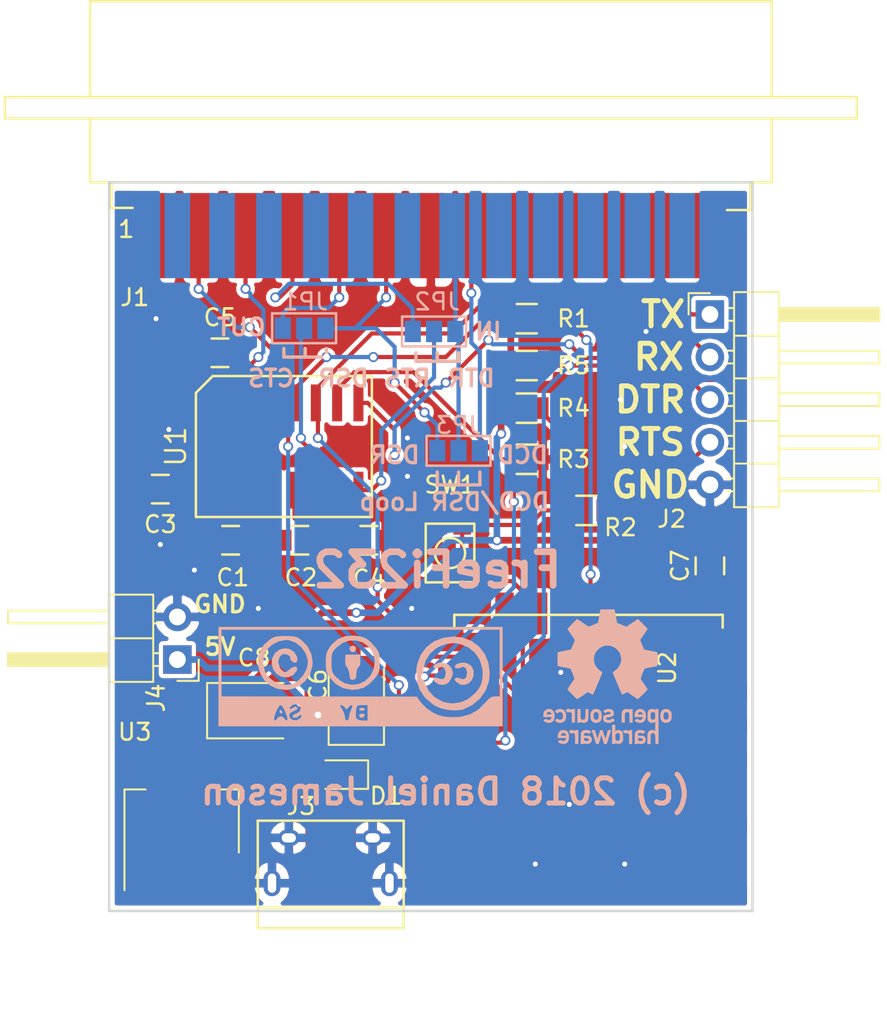
<source format=kicad_pcb>
(kicad_pcb (version 4) (host pcbnew 4.0.7)
  (title_block (title FreeFi232) (date 17/05/2018) (rev 1) (company "(c) 2018 Daniel Jameson") (comment 1 "CC-BY-SA 4.0"))
  (layers (0 F.Cu signal) (31 B.Cu signal) (34 B.Paste user) (35 F.Paste user) (36 B.SilkS user hide) (37 F.SilkS user hide) (38 B.Mask user) (39 F.Mask user) (44 Edge.Cuts user))
  (net 0 "")
  (net 1 "Net-(C1-Pad1)")
  (net 2 "Net-(C1-Pad2)")
  (net 3 "Net-(C2-Pad1)")
  (net 4 "Net-(C2-Pad2)")
  (net 5 "Net-(C3-Pad1)")
  (net 6 GND)
  (net 7 "Net-(C4-Pad1)")
  (net 8 +3V3)
  (net 9 +5V)
  (net 10 "Net-(D1-Pad2)")
  (net 11 Tx)
  (net 12 Rx)
  (net 13 RTS)
  (net 14 CTS)
  (net 15 DSR)
  (net 16 DCD)
  (net 17 "Net-(J1-Pad9)")
  (net 18 "Net-(J1-Pad10)")
  (net 19 "Net-(J1-Pad11)")
  (net 20 "Net-(J1-Pad12)")
  (net 21 "Net-(J1-Pad13)")
  (net 22 "Net-(J1-Pad14)")
  (net 23 "Net-(J1-Pad15)")
  (net 24 "Net-(J1-Pad16)")
  (net 25 "Net-(J1-Pad17)")
  (net 26 "Net-(J1-Pad18)")
  (net 27 "Net-(J1-Pad19)")
  (net 28 DTR)
  (net 29 "Net-(J1-Pad21)")
  (net 30 "Net-(J1-Pad22)")
  (net 31 "Net-(J1-Pad23)")
  (net 32 "Net-(J1-Pad24)")
  (net 33 "Net-(J1-Pad25)")
  (net 34 TXD0)
  (net 35 RXD0)
  (net 36 "Net-(J2-Pad4)")
  (net 37 "Net-(J3-Pad2)")
  (net 38 "Net-(J3-Pad3)")
  (net 39 "Net-(J3-Pad4)")
  (net 40 FCTRL-OUT)
  (net 41 FCTRL-IN)
  (net 42 "Net-(R1-Pad2)")
  (net 43 RESET)
  (net 44 "Net-(U2-Pad2)")
  (net 45 "Net-(U2-Pad11)")
  (net 46 "Net-(U2-Pad13)")
  (net 47 "Net-(U2-Pad14)")
  (net 48 "Net-(U2-Pad17)")
  (net 49 "Net-(U2-Pad18)")
  (net 50 "Net-(U2-Pad19)")
  (net 51 "Net-(U2-Pad20)")
  (net 52 "Net-(U2-Pad21)")
  (net 53 "Net-(U2-Pad22)")
  (net 54 iDTR)
  (net 55 GPIO13)
  (net 56 "Net-(U2-Pad4)")
  (net 57 "Net-(U2-Pad5)")
  (net 58 GPIO15)
  (net 59 "Net-(U2-Pad6)")
  (module VIA-0.6mm (layer F.Cu) (at 113.284 97.536)
    (fp_text reference "" hide)
    (fp_text value VIA-0.6mm hide)
    (pad 1 thru_hole circle (at 0 0) (size 0.6 0.6) (drill 0.3) (layers *.Cu) (net 6 GND))
  )
  (module VIA-0.6mm (layer F.Cu) (at 113.538 105.41)
    (fp_text reference "" hide)
    (fp_text value VIA-0.6mm hide)
    (pad 1 thru_hole circle (at 0 0) (size 0.6 0.6) (drill 0.3) (layers *.Cu) (net 6 GND))
  )
  (module VIA-0.6mm (layer F.Cu) (at 113.284 95.25)
    (fp_text reference "" hide)
    (fp_text value VIA-0.6mm hide)
    (pad 1 thru_hole circle (at 0 0) (size 0.6 0.6) (drill 0.3) (layers *.Cu) (net 6 GND))
  )
  (module LOGO (layer B.Cu) (at 110.49 109.474 180)
    (fp_text reference G*** hide)
    (fp_text value LOGO hide)
  )
  (module Symbols:OSHW-Logo_7.5x8mm_SilkScreen (layer B.Cu) (at 125.222 109.474 180)
    (fp_text reference REF*** hide)
    (fp_text value OSHW-Logo_7.5x8mm_SilkScreen hide)
  )
  (module VIA-0.6mm (layer F.Cu) (at 125.984 92.964)
    (fp_text reference "" hide)
    (fp_text value VIA-0.6mm hide)
    (pad 1 thru_hole circle (at 0 0) (size 0.6 0.6) (drill 0.3) (layers *.Cu) (net 6 GND))
  )
  (module VIA-0.6mm (layer F.Cu) (at 104.394 105.41)
    (fp_text reference "" hide)
    (fp_text value VIA-0.6mm hide)
    (pad 1 thru_hole circle (at 0 0) (size 0.6 0.6) (drill 0.3) (layers *.Cu) (net 6 GND))
  )
  (module VIA-0.6mm (layer F.Cu) (at 98.298 88.138)
    (fp_text reference "" hide)
    (fp_text value VIA-0.6mm hide)
    (pad 1 thru_hole circle (at 0 0) (size 0.6 0.6) (drill 0.3) (layers *.Cu) (net 6 GND))
  )
  (module VIA-0.6mm (layer F.Cu) (at 126.238 120.65)
    (fp_text reference "" hide)
    (fp_text value VIA-0.6mm hide)
    (pad 1 thru_hole circle (at 0 0) (size 0.6 0.6) (drill 0.3) (layers *.Cu) (net 6 GND))
  )
  (module VIA-0.6mm (layer F.Cu) (at 120.904 120.65)
    (fp_text reference "" hide)
    (fp_text value VIA-0.6mm hide)
    (pad 1 thru_hole circle (at 0 0) (size 0.6 0.6) (drill 0.3) (layers *.Cu) (net 6 GND))
  )
  (module VIA-0.6mm (layer F.Cu) (at 122.936 117.094)
    (fp_text reference "" hide)
    (fp_text value VIA-0.6mm hide)
    (pad 1 thru_hole circle (at 0 0) (size 0.6 0.6) (drill 0.3) (layers *.Cu) (net 6 GND))
  )
  (module VIA-0.6mm (layer F.Cu) (at 122.428 109.22)
    (fp_text reference "" hide)
    (fp_text value VIA-0.6mm hide)
    (pad 1 thru_hole circle (at 0 0) (size 0.6 0.6) (drill 0.3) (layers *.Cu) (net 6 GND))
  )
  (module VIA-0.6mm (layer F.Cu) (at 127.508 88.9)
    (fp_text reference "" hide)
    (fp_text value VIA-0.6mm hide)
    (pad 1 thru_hole circle (at 0 0) (size 0.6 0.6) (drill 0.3) (layers *.Cu) (net 6 GND))
  )
  (module VIA-0.6mm (layer F.Cu) (at 126.238 95.758)
    (fp_text reference "" hide)
    (fp_text value VIA-0.6mm hide)
    (pad 1 thru_hole circle (at 0 0) (size 0.6 0.6) (drill 0.3) (layers *.Cu) (net 6 GND))
  )
  (module VIA-0.6mm (layer F.Cu) (at 99.06 94.742)
    (fp_text reference "" hide)
    (fp_text value VIA-0.6mm hide)
    (pad 1 thru_hole circle (at 0 0) (size 0.6 0.6) (drill 0.3) (layers *.Cu) (net 6 GND))
  )
  (module VIA-0.6mm (layer F.Cu) (at 100.584 103.124)
    (fp_text reference "" hide)
    (fp_text value VIA-0.6mm hide)
    (pad 1 thru_hole circle (at 0 0) (size 0.6 0.6) (drill 0.3) (layers *.Cu) (net 6 GND))
  )
  (module VIA-0.6mm (layer F.Cu) (at 98.552 101.6)
    (fp_text reference "" hide)
    (fp_text value VIA-0.6mm hide)
    (pad 1 thru_hole circle (at 0 0) (size 0.6 0.6) (drill 0.3) (layers *.Cu) (net 6 GND))
  )
  (module Capacitors_SMD:C_0805 (layer F.Cu) (at 102.743 101.346)
    (fp_text reference C1 (at 0.127 2.2225) (layer F.SilkS))
    (fp_text value 0.1uF)
    (pad 1 smd rect (at -1 0) (size 1 1.25) (layers F.Cu F.Paste F.Mask) (net 1 "Net-(C1-Pad1)"))
    (pad 2 smd rect (at 1 0) (size 1 1.25) (layers F.Cu F.Paste F.Mask) (net 2 "Net-(C1-Pad2)"))
  )
  (module Capacitors_SMD:C_0805 (layer F.Cu) (at 106.8705 101.346)
    (fp_text reference C2 (at 0.0635 2.2225) (layer F.SilkS))
    (fp_text value 0.1uF)
    (pad 1 smd rect (at -1 0) (size 1 1.25) (layers F.Cu F.Paste F.Mask) (net 3 "Net-(C2-Pad1)"))
    (pad 2 smd rect (at 1 0) (size 1 1.25) (layers F.Cu F.Paste F.Mask) (net 4 "Net-(C2-Pad2)"))
  )
  (module Capacitors_SMD:C_0805 (layer F.Cu) (at 98.552 98.298 180)
    (fp_text reference C3 (at 0 -2.1 180) (layer F.SilkS))
    (fp_text value 0.1uF)
    (pad 1 smd rect (at -1 0 180) (size 1 1.25) (layers F.Cu F.Paste F.Mask) (net 5 "Net-(C3-Pad1)"))
    (pad 2 smd rect (at 1 0 180) (size 1 1.25) (layers F.Cu F.Paste F.Mask) (net 6 GND))
  )
  (module Capacitors_SMD:C_0805 (layer F.Cu) (at 110.982 101.346)
    (fp_text reference C4 (at 0.016 2.286) (layer F.SilkS))
    (fp_text value 0.1uF)
    (pad 1 smd rect (at -1 0) (size 1 1.25) (layers F.Cu F.Paste F.Mask) (net 7 "Net-(C4-Pad1)"))
    (pad 2 smd rect (at 1 0) (size 1 1.25) (layers F.Cu F.Paste F.Mask) (net 6 GND))
  )
  (module Capacitors_SMD:C_0805 (layer F.Cu) (at 102.108 90.17)
    (fp_text reference C5 (at 0 -2.1) (layer F.SilkS))
    (fp_text value 0.1uF)
    (pad 1 smd rect (at -1 0) (size 1 1.25) (layers F.Cu F.Paste F.Mask) (net 8 +3V3))
    (pad 2 smd rect (at 1 0) (size 1 1.25) (layers F.Cu F.Paste F.Mask) (net 6 GND))
  )
  (module Capacitors_Tantalum_SMD:CP_Tantalum_Case-B_EIA-3528-21_Reflow (layer F.Cu) (at 110.236 110.743 90)
    (fp_text reference C6 (at 0.761 -2.286 90) (layer F.SilkS))
    (fp_text value 10uF)
    (pad 1 smd rect (at -1.525 0 90) (size 1.95 2.5) (layers F.Cu F.Paste F.Mask) (net 9 +5V))
    (pad 2 smd rect (at 1.525 0 90) (size 1.95 2.5) (layers F.Cu F.Paste F.Mask) (net 6 GND))
  )
  (module Capacitors_SMD:C_0805 (layer F.Cu) (at 131.318 102.87 90)
    (fp_text reference C7 (at 0 -1.778 90) (layer F.SilkS))
    (fp_text value 0.1uF)
    (pad 1 smd rect (at -1 0 90) (size 1 1.25) (layers F.Cu F.Paste F.Mask) (net 8 +3V3))
    (pad 2 smd rect (at 1 0 90) (size 1 1.25) (layers F.Cu F.Paste F.Mask) (net 6 GND))
  )
  (module Capacitors_Tantalum_SMD:CP_Tantalum_Case-B_EIA-3528-21_Reflow (layer F.Cu) (at 104.14 111.506)
    (fp_text reference C8 (at 0 -3.15) (layer F.SilkS))
    (fp_text value 10uF)
    (pad 1 smd rect (at -1.525 0) (size 1.95 2.5) (layers F.Cu F.Paste F.Mask) (net 8 +3V3))
    (pad 2 smd rect (at 1.525 0) (size 1.95 2.5) (layers F.Cu F.Paste F.Mask) (net 6 GND))
  )
  (module Diodes_SMD:D_SOD-323 (layer F.Cu) (at 109.44 115.316 180)
    (fp_text reference D1 (at -2.574 -1.27 180) (layer F.SilkS))
    (fp_text value 1N5819)
    (pad 1 smd rect (at -1.05 0 180) (size 0.6 0.45) (layers F.Cu F.Paste F.Mask) (net 9 +5V))
    (pad 2 smd rect (at 1.05 0 180) (size 0.6 0.45) (layers F.Cu F.Paste F.Mask) (net 10 "Net-(D1-Pad2)"))
  )
  (module Connectors:DB25F_CI (layer F.Cu) (at 114.681 80.518)
    (fp_text reference J1 (at -17.653 6.35 180) (layer F.SilkS))
    (fp_text value DB25-Female)
    (fp_text user 1 (at -18.161 2.286 180) (layer F.SilkS))
    (pad 1 connect rect (at -16.51 2.667 90) (size 5.08 1.524) (layers F.Cu F.Mask) (net 6 GND))
    (pad 2 connect rect (at -13.716 2.667 90) (size 5.08 1.524) (layers F.Cu F.Mask) (net 11 Tx))
    (pad 3 connect rect (at -11.049 2.667 90) (size 5.08 1.524) (layers F.Cu F.Mask) (net 12 Rx))
    (pad 4 connect rect (at -8.255 2.667 90) (size 5.08 1.524) (layers F.Cu F.Mask) (net 13 RTS))
    (pad 5 connect rect (at -5.588 2.667 90) (size 5.08 1.524) (layers F.Cu F.Mask) (net 14 CTS))
    (pad 6 connect rect (at -2.794 2.667 90) (size 5.08 1.524) (layers F.Cu F.Mask) (net 15 DSR))
    (pad 7 connect rect (at 0 2.667 90) (size 5.08 1.524) (layers F.Cu F.Mask) (net 6 GND))
    (pad 8 connect rect (at 2.667 2.667 90) (size 5.08 1.524) (layers F.Cu F.Mask) (net 16 DCD))
    (pad 9 connect rect (at 5.461 2.667 90) (size 5.08 1.524) (layers F.Cu F.Mask) (net 17 "Net-(J1-Pad9)"))
    (pad 10 connect rect (at 8.128 2.667 90) (size 5.08 1.524) (layers F.Cu F.Mask) (net 18 "Net-(J1-Pad10)"))
    (pad 11 connect rect (at 10.922 2.667 90) (size 5.08 1.524) (layers F.Cu F.Mask) (net 19 "Net-(J1-Pad11)"))
    (pad 12 connect rect (at 13.716 2.667 90) (size 5.08 1.524) (layers F.Cu F.Mask) (net 20 "Net-(J1-Pad12)"))
    (pad 13 connect rect (at 16.383 2.667 90) (size 5.08 1.524) (layers F.Cu F.Mask) (net 21 "Net-(J1-Pad13)"))
    (pad 14 connect rect (at -15.113 2.667 90) (size 5.08 1.524) (layers B.Cu B.Mask) (net 22 "Net-(J1-Pad14)"))
    (pad 15 connect rect (at -12.446 2.667 90) (size 5.08 1.524) (layers B.Cu B.Mask) (net 23 "Net-(J1-Pad15)"))
    (pad 16 connect rect (at -9.652 2.667 90) (size 5.08 1.524) (layers B.Cu B.Mask) (net 24 "Net-(J1-Pad16)"))
    (pad 17 connect rect (at -6.858 2.667 90) (size 5.08 1.524) (layers B.Cu B.Mask) (net 25 "Net-(J1-Pad17)"))
    (pad 18 connect rect (at -4.191 2.667 90) (size 5.08 1.524) (layers B.Cu B.Mask) (net 26 "Net-(J1-Pad18)"))
    (pad 19 connect rect (at -1.397 2.667 90) (size 5.08 1.524) (layers B.Cu B.Mask) (net 27 "Net-(J1-Pad19)"))
    (pad 20 connect rect (at 1.27 2.667 90) (size 5.08 1.524) (layers B.Cu B.Mask) (net 28 DTR))
    (pad 21 connect rect (at 4.064 2.667 90) (size 5.08 1.524) (layers B.Cu B.Mask) (net 29 "Net-(J1-Pad21)"))
    (pad 22 connect rect (at 6.858 2.667 90) (size 5.08 1.524) (layers B.Cu B.Mask) (net 30 "Net-(J1-Pad22)"))
    (pad 23 connect rect (at 9.525 2.667 90) (size 5.08 1.524) (layers B.Cu B.Mask) (net 31 "Net-(J1-Pad23)"))
    (pad 24 connect rect (at 12.319 2.667 90) (size 5.08 1.524) (layers B.Cu B.Mask) (net 32 "Net-(J1-Pad24)"))
    (pad 25 connect rect (at 14.986 2.667 90) (size 5.08 1.524) (layers B.Cu B.Mask) (net 33 "Net-(J1-Pad25)"))
  )
  (module Connectors:USB_Micro-B (layer F.Cu) (at 108.712 120.65)
    (fp_text reference J3 (at -1.778 -3.45) (layer F.SilkS))
    (fp_text value USB_OTG)
    (pad 1 smd rect (at -1.3009 -1.56254 90) (size 1.35 0.4) (layers F.Cu F.Paste F.Mask) (net 10 "Net-(D1-Pad2)"))
    (pad 2 smd rect (at -0.6509 -1.56254 90) (size 1.35 0.4) (layers F.Cu F.Paste F.Mask) (net 37 "Net-(J3-Pad2)"))
    (pad 3 smd rect (at -0.0009 -1.56254 90) (size 1.35 0.4) (layers F.Cu F.Paste F.Mask) (net 38 "Net-(J3-Pad3)"))
    (pad 4 smd rect (at 0.6491 -1.56254 90) (size 1.35 0.4) (layers F.Cu F.Paste F.Mask) (net 39 "Net-(J3-Pad4)"))
    (pad 5 smd rect (at 1.2991 -1.56254 90) (size 1.35 0.4) (layers F.Cu F.Paste F.Mask) (net 6 GND))
    (pad 6 thru_hole oval (at -2.5009 -1.56254 90) (size 0.95 1.25) (drill oval 0.55 0.85) (layers *.Cu *.Mask) (net 6 GND))
    (pad 6 thru_hole oval (at 2.4991 -1.56254 90) (size 0.95 1.25) (drill oval 0.55 0.85) (layers *.Cu *.Mask) (net 6 GND))
    (pad 6 thru_hole oval (at -3.5009 1.13746 90) (size 1.55 1) (drill oval 1.15 0.5) (layers *.Cu *.Mask) (net 6 GND))
    (pad 6 thru_hole oval (at 3.4991 1.13746 90) (size 1.55 1) (drill oval 1.15 0.5) (layers *.Cu *.Mask) (net 6 GND))
  )
  (module Pin_Headers:Pin_Header_Angled_1x02_Pitch2.54mm (layer F.Cu) (at 99.568 108.458 180)
    (fp_text reference J4 (at 1.27 -2.286 450) (layer F.SilkS))
    (fp_text value ALT-POWER)
    (pad 1 thru_hole rect (at 0 0 180) (size 1.7 1.7) (drill 1) (layers *.Cu *.Mask) (net 9 +5V))
    (pad 2 thru_hole oval (at 0 2.54 180) (size 1.7 1.7) (drill 1) (layers *.Cu *.Mask) (net 6 GND))
  )
  (module Connectors:GS3 (layer B.Cu) (at 116.332 96.012 90)
    (fp_text reference JP3 (at 1.524 0 360) (layer B.SilkS) (effects (justify mirror)))
    (fp_text value LOOPBACK)
    (pad 1 smd rect (at 0 1.27 90) (size 1.27 0.9652) (layers B.Cu B.Paste B.Mask) (net 16 DCD))
    (pad 2 smd rect (at 0 0 90) (size 1.27 0.9652) (layers B.Cu B.Paste B.Mask) (net 28 DTR))
    (pad 3 smd rect (at 0 -1.27 90) (size 1.27 0.9652) (layers B.Cu B.Paste B.Mask) (net 15 DSR))
  )
  (module Resistors_SMD:R_0805 (layer F.Cu) (at 120.396 88.138)
    (fp_text reference R1 (at 2.794 0) (layer F.SilkS))
    (fp_text value 10K)
    (pad 1 smd rect (at -0.95 0) (size 0.7 1.3) (layers F.Cu F.Paste F.Mask) (net 8 +3V3))
    (pad 2 smd rect (at 0.95 0) (size 0.7 1.3) (layers F.Cu F.Paste F.Mask) (net 42 "Net-(R1-Pad2)"))
  )
  (module Resistors_SMD:R_0805 (layer F.Cu) (at 120.396 96.52 180)
    (fp_text reference R3 (at -2.794 0 180) (layer F.SilkS))
    (fp_text value 10K)
    (pad 1 smd rect (at -0.95 0 180) (size 0.7 1.3) (layers F.Cu F.Paste F.Mask) (net 6 GND))
    (pad 2 smd rect (at 0.95 0 180) (size 0.7 1.3) (layers F.Cu F.Paste F.Mask) (net 58 GPIO15))
  )
  (module Resistors_SMD:R_0805 (layer F.Cu) (at 120.396 93.472 180)
    (fp_text reference R4 (at -2.794 0 180) (layer F.SilkS))
    (fp_text value 10K)
    (pad 1 smd rect (at -0.95 0 180) (size 0.7 1.3) (layers F.Cu F.Paste F.Mask) (net 43 RESET))
    (pad 2 smd rect (at 0.95 0 180) (size 0.7 1.3) (layers F.Cu F.Paste F.Mask) (net 8 +3V3))
  )
  (module Resistors_SMD:R_0805 (layer F.Cu) (at 120.396 90.932 180)
    (fp_text reference R5 (at -2.794 0 180) (layer F.SilkS))
    (fp_text value 10K)
    (pad 1 smd rect (at -0.95 0 180) (size 0.7 1.3) (layers F.Cu F.Paste F.Mask) (net 54 iDTR))
    (pad 2 smd rect (at 0.95 0 180) (size 0.7 1.3) (layers F.Cu F.Paste F.Mask) (net 8 +3V3))
  )
  (module Housings_SOIC:SOIC-16 (layer F.Cu) (at 105.918 95.758)
    (fp_text reference U1 (at -6.445 0 90) (layer F.SilkS) (effects (font (size 1.2 1.2))))
    (fp_text value MAX3232)
    (pad 16 smd rect (at -4.445 -2.6) (size 0.6 2.2) (layers F.Cu F.Paste F.Mask) (net 8 +3V3))
    (pad 1 smd rect (at -4.445 2.6) (size 0.6 2.2) (layers F.Cu F.Paste F.Mask) (net 1 "Net-(C1-Pad1)"))
    (pad 15 smd rect (at -3.175 -2.6) (size 0.6 2.2) (layers F.Cu F.Paste F.Mask) (net 6 GND))
    (pad 2 smd rect (at -3.175 2.6) (size 0.6 2.2) (layers F.Cu F.Paste F.Mask) (net 5 "Net-(C3-Pad1)"))
    (pad 14 smd rect (at -1.905 -2.6) (size 0.6 2.2) (layers F.Cu F.Paste F.Mask) (net 12 Rx))
    (pad 3 smd rect (at -1.905 2.6) (size 0.6 2.2) (layers F.Cu F.Paste F.Mask) (net 2 "Net-(C1-Pad2)"))
    (pad 13 smd rect (at -0.635 -2.6) (size 0.6 2.2) (layers F.Cu F.Paste F.Mask) (net 11 Tx))
    (pad 4 smd rect (at -0.635 2.6) (size 0.6 2.2) (layers F.Cu F.Paste F.Mask) (net 3 "Net-(C2-Pad1)"))
    (pad 12 smd rect (at 0.635 -2.6) (size 0.6 2.2) (layers F.Cu F.Paste F.Mask) (net 35 RXD0))
    (pad 5 smd rect (at 0.635 2.6) (size 0.6 2.2) (layers F.Cu F.Paste F.Mask) (net 4 "Net-(C2-Pad2)"))
    (pad 11 smd rect (at 1.905 -2.6) (size 0.6 2.2) (layers F.Cu F.Paste F.Mask) (net 34 TXD0))
    (pad 6 smd rect (at 1.905 2.6) (size 0.6 2.2) (layers F.Cu F.Paste F.Mask) (net 7 "Net-(C4-Pad1)"))
    (pad 10 smd rect (at 3.175 -2.6) (size 0.6 2.2) (layers F.Cu F.Paste F.Mask) (net 58 GPIO15))
    (pad 7 smd rect (at 3.175 2.6) (size 0.6 2.2) (layers F.Cu F.Paste F.Mask) (net 40 FCTRL-OUT))
    (pad 9 smd rect (at 4.445 -2.6) (size 0.6 2.2) (layers F.Cu F.Paste F.Mask) (net 55 GPIO13))
    (pad 8 smd rect (at 4.445 2.6) (size 0.6 2.2) (layers F.Cu F.Paste F.Mask) (net 41 FCTRL-IN))
  )
  (module ESP8266:ESP-12E_SMD (layer F.Cu) (at 131.064 121.412 180)
    (fp_text reference U2 (at 2.286 12.446 270) (layer F.SilkS))
    (fp_text value ESP-12E hide)
    (pad 1 smd rect (at 0 0 180) (size 2.5 1.1) (drill (offset -0.7 0)) (layers F.Cu F.Paste F.Mask) (net 43 RESET))
    (pad 2 smd rect (at 0 2 180) (size 2.5 1.1) (drill (offset -0.7 0)) (layers F.Cu F.Paste F.Mask) (net 44 "Net-(U2-Pad2)"))
    (pad 3 smd rect (at 0 4 180) (size 2.5 1.1) (drill (offset -0.7 0)) (layers F.Cu F.Paste F.Mask) (net 42 "Net-(R1-Pad2)"))
    (pad 4 smd rect (at 0 6 180) (size 2.5 1.1) (drill (offset -0.7 0)) (layers F.Cu F.Paste F.Mask) (net 56 "Net-(U2-Pad4)"))
    (pad 5 smd rect (at 0 8 180) (size 2.5 1.1) (drill (offset -0.7 0)) (layers F.Cu F.Paste F.Mask) (net 57 "Net-(U2-Pad5)"))
    (pad 6 smd rect (at 0 10 180) (size 2.5 1.1) (drill (offset -0.7 0)) (layers F.Cu F.Paste F.Mask) (net 59 "Net-(U2-Pad6)"))
    (pad 7 smd rect (at 0 12 180) (size 2.5 1.1) (drill (offset -0.7 0)) (layers F.Cu F.Paste F.Mask) (net 55 GPIO13))
    (pad 8 smd rect (at 0 14 180) (size 2.5 1.1) (drill (offset -0.7 0)) (layers F.Cu F.Paste F.Mask) (net 8 +3V3))
    (pad 9 smd rect (at 14 14 180) (size 2.5 1.1) (drill (offset 0.7 0)) (layers F.Cu F.Paste F.Mask) (net 6 GND))
    (pad 10 smd rect (at 14 12 180) (size 2.5 1.1) (drill (offset 0.7 0)) (layers F.Cu F.Paste F.Mask) (net 58 GPIO15))
    (pad 11 smd rect (at 14 10 180) (size 2.5 1.1) (drill (offset 0.7 0)) (layers F.Cu F.Paste F.Mask) (net 45 "Net-(U2-Pad11)"))
    (pad 12 smd rect (at 14 8 180) (size 2.5 1.1) (drill (offset 0.7 0)) (layers F.Cu F.Paste F.Mask) (net 54 iDTR))
    (pad 13 smd rect (at 14 6 180) (size 2.5 1.1) (drill (offset 0.7 0)) (layers F.Cu F.Paste F.Mask) (net 46 "Net-(U2-Pad13)"))
    (pad 14 smd rect (at 14 4 180) (size 2.5 1.1) (drill (offset 0.7 0)) (layers F.Cu F.Paste F.Mask) (net 47 "Net-(U2-Pad14)"))
    (pad 15 smd rect (at 14 2 180) (size 2.5 1.1) (drill (offset 0.7 0)) (layers F.Cu F.Paste F.Mask) (net 35 RXD0))
    (pad 16 smd rect (at 14 0 180) (size 2.5 1.1) (drill (offset 0.7 0)) (layers F.Cu F.Paste F.Mask) (net 34 TXD0))
    (pad 17 smd rect (at 1.99 15 270) (size 2.5 1.1) (drill (offset -0.7 0)) (layers F.Cu F.Paste F.Mask) (net 48 "Net-(U2-Pad17)"))
    (pad 18 smd rect (at 3.99 15 270) (size 2.5 1.1) (drill (offset -0.7 0)) (layers F.Cu F.Paste F.Mask) (net 49 "Net-(U2-Pad18)"))
    (pad 19 smd rect (at 5.99 15 270) (size 2.5 1.1) (drill (offset -0.7 0)) (layers F.Cu F.Paste F.Mask) (net 50 "Net-(U2-Pad19)"))
    (pad 20 smd rect (at 7.99 15 270) (size 2.5 1.1) (drill (offset -0.7 0)) (layers F.Cu F.Paste F.Mask) (net 51 "Net-(U2-Pad20)"))
    (pad 21 smd rect (at 9.99 15 270) (size 2.5 1.1) (drill (offset -0.7 0)) (layers F.Cu F.Paste F.Mask) (net 52 "Net-(U2-Pad21)"))
    (pad 22 smd rect (at 11.99 15 270) (size 2.5 1.1) (drill (offset -0.7 0)) (layers F.Cu F.Paste F.Mask) (net 53 "Net-(U2-Pad22)"))
  )
  (module TO_SOT_Packages_SMD:SOT-223 (layer F.Cu) (at 99.822 118.11 90)
    (fp_text reference U3 (at 5.334 -2.794 180) (layer F.SilkS))
    (fp_text value LM1117-3.3)
    (pad 4 smd rect (at 3.15 0 90) (size 2 3.8) (layers F.Cu F.Paste F.Mask))
    (pad 2 smd rect (at -3.15 0 90) (size 2 1.5) (layers F.Cu F.Paste F.Mask) (net 8 +3V3))
    (pad 3 smd rect (at -3.15 2.3 90) (size 2 1.5) (layers F.Cu F.Paste F.Mask) (net 9 +5V))
    (pad 1 smd rect (at -3.15 -2.3 90) (size 2 1.5) (layers F.Cu F.Paste F.Mask) (net 6 GND))
  )
  (module Pin_Headers:Pin_Header_Angled_1x05_Pitch2.54mm (layer F.Cu) (at 131.318 87.884)
    (fp_text reference J2 (at -2.286 12.192) (layer F.SilkS))
    (fp_text value 3V3-SERIAL)
    (pad 1 thru_hole rect (at 0 0) (size 1.7 1.7) (drill 1) (layers *.Cu *.Mask) (net 34 TXD0))
    (pad 2 thru_hole oval (at 0 2.54) (size 1.7 1.7) (drill 1) (layers *.Cu *.Mask) (net 35 RXD0))
    (pad 3 thru_hole oval (at 0 5.08) (size 1.7 1.7) (drill 1) (layers *.Cu *.Mask) (net 54 iDTR))
    (pad 4 thru_hole oval (at 0 7.62) (size 1.7 1.7) (drill 1) (layers *.Cu *.Mask) (net 36 "Net-(J2-Pad4)"))
    (pad 5 thru_hole oval (at 0 10.16) (size 1.7 1.7) (drill 1) (layers *.Cu *.Mask) (net 6 GND))
  )
  (module Connectors:GS3 (layer B.Cu) (at 107.1245 88.7095 270)
    (fp_text reference JP1 (at -1.5875 -0.0635 540) (layer B.SilkS) (effects (justify mirror)))
    (fp_text value FCTRL-O)
    (pad 1 smd rect (at 0 1.27 270) (size 1.27 0.9652) (layers B.Cu B.Paste B.Mask) (net 14 CTS))
    (pad 2 smd rect (at 0 0 270) (size 1.27 0.9652) (layers B.Cu B.Paste B.Mask) (net 40 FCTRL-OUT))
    (pad 3 smd rect (at 0 -1.27 270) (size 1.27 0.9652) (layers B.Cu B.Paste B.Mask) (net 15 DSR))
  )
  (module Connectors:GS3 (layer B.Cu) (at 114.8715 88.9 270)
    (fp_text reference JP2 (at -1.778 -0.1905 540) (layer B.SilkS) (effects (justify mirror)))
    (fp_text value FCTRL-I)
    (pad 1 smd rect (at 0 1.27 270) (size 1.27 0.9652) (layers B.Cu B.Paste B.Mask) (net 13 RTS))
    (pad 2 smd rect (at 0 0 270) (size 1.27 0.9652) (layers B.Cu B.Paste B.Mask) (net 41 FCTRL-IN))
    (pad 3 smd rect (at 0 -1.27 270) (size 1.27 0.9652) (layers B.Cu B.Paste B.Mask) (net 28 DTR))
  )
  (module Resistors_SMD:R_0805 (layer F.Cu) (at 123.952 99.568)
    (fp_text reference R2 (at 2.032 1.016) (layer F.SilkS))
    (fp_text value 470R)
    (pad 1 smd rect (at -0.95 0) (size 0.7 1.3) (layers F.Cu F.Paste F.Mask) (net 43 RESET))
    (pad 2 smd rect (at 0.95 0) (size 0.7 1.3) (layers F.Cu F.Paste F.Mask) (net 36 "Net-(J2-Pad4)"))
  )
  (module Buttons_Switches_SMD:Panasonic_EVPAA (layer F.Cu) (at 115.824 102.108 270)
    (fp_text reference SW1 (at -4.064 0 360) (layer F.SilkS))
    (fp_text value B3S-1100)
    (pad 2 smd rect (at -1.675 0.725 270) (size 1.15 1.05) (layers F.Cu F.Paste F.Mask) (net 6 GND))
    (pad 2 smd rect (at 1.675 0.725 270) (size 1.15 1.05) (layers F.Cu F.Paste F.Mask) (net 6 GND))
    (pad 1 smd rect (at -1.675 -0.725 270) (size 1.15 1.05) (layers F.Cu F.Paste F.Mask) (net 43 RESET))
    (pad 1 smd rect (at 1.675 -0.725 270) (size 1.15 1.05) (layers F.Cu F.Paste F.Mask) (net 43 RESET))
  )
  (gr_text IN (at 118.11 88.9) (layer B.SilkS) (effects (font (size 1 1) (thickness 0.2)) (justify mirror)))
  (gr_text OUT (at 103.378 88.646) (layer B.SilkS) (effects (font (size 1 1) (thickness 0.2)) (justify mirror)))
  (gr_text FreeFi232 (at 115.062 103.124) (layer B.SilkS) (effects (font (size 2 2) (thickness 0.4)) (justify mirror)))
  (gr_text "(c) 2018 Daniel Jameson" (at 115.57 116.332) (layer B.SilkS) (effects (font (size 1.5 1.5) (thickness 0.3)) (justify mirror)))
  (gr_line (start 95.504 123.444) (end 95.504 80.01) (angle 90) (layer Edge.Cuts) (width 0.15))
  (gr_line (start 133.858 123.444) (end 95.504 123.444) (angle 90) (layer Edge.Cuts) (width 0.15))
  (gr_line (start 133.858 80.01) (end 133.858 123.444) (angle 90) (layer Edge.Cuts) (width 0.15))
  (gr_line (start 95.504 80.01) (end 133.858 80.01) (angle 90) (layer Edge.Cuts) (width 0.15))
  (gr_text GND (at 102.108 105.156) (layer F.SilkS) (effects (font (size 1 1) (thickness 0.2))))
  (gr_text 5V (at 102.108 107.696) (layer F.SilkS) (effects (font (size 1 1) (thickness 0.2))))
  (gr_text TX (at 128.524 87.884) (layer F.SilkS) (effects (font (size 1.5 1.5) (thickness 0.3))))
  (gr_text RX (at 128.27 90.424) (layer F.SilkS) (effects (font (size 1.5 1.5) (thickness 0.3))))
  (gr_text DTR (at 127.762 92.964) (layer F.SilkS) (effects (font (size 1.5 1.5) (thickness 0.3))))
  (gr_text RTS (at 127.762 95.504) (layer F.SilkS) (effects (font (size 1.5 1.5) (thickness 0.3))))
  (gr_text GND (at 127.762 98.044) (layer F.SilkS) (effects (font (size 1.5 1.5) (thickness 0.3))))
  (gr_line (start 116.332 90.678) (end 116.332 90.17) (layer B.SilkS) (width 0.2))
  (gr_line (start 115.062 90.678) (end 116.332 90.678) (layer B.SilkS) (width 0.2))
  (gr_line (start 115.062 90.17) (end 115.062 90.678) (layer B.SilkS) (width 0.2))
  (gr_line (start 115.062 90.678) (end 115.062 90.17) (layer B.SilkS) (width 0.2))
  (gr_line (start 113.792 90.678) (end 115.062 90.678) (layer B.SilkS) (width 0.2))
  (gr_line (start 113.792 90.17) (end 113.792 90.678) (layer B.SilkS) (width 0.2))
  (gr_line (start 108.458 89.916) (end 108.458 90.424) (layer B.SilkS) (width 0.2))
  (gr_line (start 108.458 90.424) (end 108.458 89.916) (layer B.SilkS) (width 0.2))
  (gr_line (start 107.188 90.424) (end 108.458 90.424) (layer B.SilkS) (width 0.2))
  (gr_line (start 107.188 89.916) (end 107.188 90.424) (layer B.SilkS) (width 0.2))
  (gr_line (start 107.188 90.424) (end 107.188 89.916) (layer B.SilkS) (width 0.2))
  (gr_line (start 105.918 90.424) (end 107.188 90.424) (layer B.SilkS) (width 0.2))
  (gr_line (start 105.918 89.916) (end 105.918 90.424) (layer B.SilkS) (width 0.2))
  (gr_text DTR (at 117.094 91.694) (layer B.SilkS) (effects (font (size 1 1) (thickness 0.2)) (justify mirror)))
  (gr_text RTS (at 113.284 91.694) (layer B.SilkS) (effects (font (size 1 1) (thickness 0.2)) (justify mirror)))
  (gr_text CTS (at 105.156 91.694) (layer B.SilkS) (effects (font (size 1 1) (thickness 0.2)) (justify mirror)))
  (gr_text DSR (at 109.474 91.694) (layer B.SilkS) (effects (font (size 1 1) (thickness 0.2)) (justify mirror)))
  (gr_line (start 117.602 98.044) (end 117.602 97.282) (layer B.SilkS) (width 0.2))
  (gr_line (start 116.332 98.044) (end 117.602 98.044) (layer B.SilkS) (width 0.2))
  (gr_line (start 115.062 97.282) (end 115.062 98.044) (layer B.SilkS) (width 0.2))
  (gr_line (start 115.062 98.044) (end 115.062 97.282) (layer B.SilkS) (width 0.2))
  (gr_line (start 116.332 98.044) (end 115.062 98.044) (layer B.SilkS) (width 0.2))
  (gr_line (start 116.332 97.282) (end 116.332 98.044) (layer B.SilkS) (width 0.2))
  (gr_text DSR (at 112.522 96.266) (layer B.SilkS) (effects (font (size 1 1) (thickness 0.2)) (justify mirror)))
  (gr_text DCD (at 120.142 96.266) (layer B.SilkS) (effects (font (size 1 1) (thickness 0.2)) (justify mirror)))
  (gr_text "DCD/DSR Loop" (at 116.078 99.06) (layer B.SilkS) (effects (font (size 1 1) (thickness 0.2)) (justify mirror)))
  (segment (start 101.743 101.346) (end 101.743 98.628) (width 0.25) (layer F.Cu) (net 1))
  (segment (start 101.743 98.628) (end 101.473 98.358) (width 0.25) (layer F.Cu) (net 1))
  (segment (start 102.0285 101.6635) (end 102.0285 100.7885) (width 0.25) (layer F.Cu) (net 1))
  (segment (start 103.743 101.346) (end 103.743 98.628) (width 0.25) (layer F.Cu) (net 2))
  (segment (start 103.743 98.628) (end 104.013 98.358) (width 0.25) (layer F.Cu) (net 2))
  (segment (start 104.14 101.475) (end 104.14 101.6) (width 0.25) (layer F.Cu) (net 2))
  (segment (start 103.265 100.725) (end 103.39 100.725) (width 0.25) (layer F.Cu) (net 2))
  (segment (start 103.39 100.725) (end 104.14 101.475) (width 0.25) (layer F.Cu) (net 2))
  (segment (start 105.283 98.358) (end 105.283 100.7585) (width 0.25) (layer F.Cu) (net 3))
  (segment (start 105.283 100.7585) (end 105.8705 101.346) (width 0.25) (layer F.Cu) (net 3))
  (segment (start 106.553 98.358) (end 106.553 100.0285) (width 0.25) (layer F.Cu) (net 4))
  (segment (start 107.1205 100.471) (end 107.8705 101.221) (width 0.25) (layer F.Cu) (net 4))
  (segment (start 106.553 100.0285) (end 106.9955 100.471) (width 0.25) (layer F.Cu) (net 4))
  (segment (start 106.9955 100.471) (end 107.1205 100.471) (width 0.25) (layer F.Cu) (net 4))
  (segment (start 107.8705 101.221) (end 107.8705 101.346) (width 0.25) (layer F.Cu) (net 4))
  (segment (start 99.552 98.298) (end 99.552 98.173) (width 0.25) (layer F.Cu) (net 5))
  (segment (start 99.552 98.173) (end 100.792001 96.932999) (width 0.25) (layer F.Cu) (net 5))
  (segment (start 100.792001 96.932999) (end 102.117999 96.932999) (width 0.25) (layer F.Cu) (net 5))
  (segment (start 102.117999 96.932999) (end 102.743 97.558) (width 0.25) (layer F.Cu) (net 5))
  (segment (start 102.743 97.558) (end 102.743 98.358) (width 0.25) (layer F.Cu) (net 5))
  (segment (start 112.014 100.943) (end 112.014 101.092) (width 0.25) (layer F.Cu) (net 6))
  (segment (start 107.823 98.358) (end 107.823 99.158) (width 0.25) (layer F.Cu) (net 7))
  (segment (start 109.982 101.317) (end 109.982 101.346) (width 0.25) (layer F.Cu) (net 7))
  (segment (start 107.823 99.158) (end 109.982 101.317) (width 0.25) (layer F.Cu) (net 7))
  (segment (start 110.236 105.664) (end 108.182 105.664) (width 0.4) (layer F.Cu) (net 8))
  (segment (start 108.182 105.664) (end 102.615 111.231) (width 0.4) (layer F.Cu) (net 8))
  (segment (start 102.615 111.231) (end 102.615 111.506) (width 0.4) (layer F.Cu) (net 8))
  (segment (start 115.824 101.346) (end 111.506 105.664) (width 0.4) (layer B.Cu) (net 8))
  (segment (start 111.506 105.664) (end 110.236 105.664) (width 0.4) (layer B.Cu) (net 8))
  (via (at 110.236 105.664) (size 0.6) (drill 0.4) (layers F.Cu B.Cu) (net 8))
  (segment (start 102.615 111.506) (end 100.195998 111.506) (width 0.4) (layer F.Cu) (net 8))
  (segment (start 100.195998 111.506) (end 96.774 108.084002) (width 0.4) (layer F.Cu) (net 8))
  (segment (start 96.774 108.084002) (end 96.774 99.323001) (width 0.4) (layer F.Cu) (net 8))
  (segment (start 99.314 90.17) (end 101.108 90.17) (width 0.4) (layer F.Cu) (net 8))
  (segment (start 96.774 99.323001) (end 96.731999 99.323001) (width 0.4) (layer F.Cu) (net 8))
  (segment (start 96.731999 99.323001) (end 96.651999 99.243001) (width 0.4) (layer F.Cu) (net 8))
  (segment (start 96.651999 99.243001) (end 96.651999 97.352999) (width 0.4) (layer F.Cu) (net 8))
  (segment (start 96.651999 97.352999) (end 96.731999 97.272999) (width 0.4) (layer F.Cu) (net 8))
  (segment (start 96.731999 97.272999) (end 96.774 97.272999) (width 0.4) (layer F.Cu) (net 8))
  (segment (start 96.774 97.272999) (end 96.774 92.71) (width 0.4) (layer F.Cu) (net 8))
  (segment (start 96.774 92.71) (end 99.314 90.17) (width 0.4) (layer F.Cu) (net 8))
  (segment (start 119.446 90.932) (end 119.446 88.138) (width 0.4) (layer F.Cu) (net 8))
  (segment (start 119.446 93.472) (end 119.446 90.932) (width 0.4) (layer F.Cu) (net 8))
  (segment (start 118.872 94.996) (end 118.872 94.046) (width 0.4) (layer F.Cu) (net 8))
  (segment (start 118.872 94.046) (end 119.446 93.472) (width 0.4) (layer F.Cu) (net 8))
  (segment (start 118.618 101.346) (end 118.618 95.25) (width 0.4) (layer B.Cu) (net 8))
  (segment (start 118.618 95.25) (end 118.872 94.996) (width 0.4) (layer B.Cu) (net 8))
  (via (at 118.872 94.996) (size 0.6) (drill 0.4) (layers F.Cu B.Cu) (net 8))
  (segment (start 118.618 101.346) (end 128.794 101.346) (width 0.4) (layer F.Cu) (net 8))
  (segment (start 128.794 101.346) (end 131.318 103.87) (width 0.4) (layer F.Cu) (net 8))
  (segment (start 115.824 101.346) (end 118.618 101.346) (width 0.4) (layer B.Cu) (net 8))
  (via (at 118.618 101.346) (size 0.6) (drill 0.4) (layers F.Cu B.Cu) (net 8))
  (segment (start 131.318 103.87) (end 131.318 107.158) (width 0.4) (layer F.Cu) (net 8))
  (segment (start 131.318 107.158) (end 131.064 107.412) (width 0.4) (layer F.Cu) (net 8))
  (segment (start 101.108 90.17) (end 101.108 92.793) (width 0.4) (layer F.Cu) (net 8))
  (segment (start 101.108 92.793) (end 101.473 93.158) (width 0.4) (layer F.Cu) (net 8))
  (segment (start 99.822 121.26) (end 99.822 121.01) (width 0.4) (layer F.Cu) (net 8))
  (segment (start 99.822 121.01) (end 102.615 118.217) (width 0.4) (layer F.Cu) (net 8))
  (segment (start 102.615 118.217) (end 102.615 111.506) (width 0.4) (layer F.Cu) (net 8))
  (segment (start 107.95 111.76) (end 109.728 111.76) (width 0.4) (layer F.Cu) (net 9))
  (segment (start 109.728 111.76) (end 110.236 112.268) (width 0.4) (layer F.Cu) (net 9))
  (segment (start 101.326 108.966) (end 105.156 108.966) (width 0.4) (layer B.Cu) (net 9))
  (segment (start 105.156 108.966) (end 107.95 111.76) (width 0.4) (layer B.Cu) (net 9))
  (via (at 107.95 111.76) (size 0.6) (drill 0.4) (layers F.Cu B.Cu) (net 9))
  (segment (start 99.568 108.458) (end 100.818 108.458) (width 0.4) (layer B.Cu) (net 9))
  (segment (start 100.818 108.458) (end 101.326 108.966) (width 0.4) (layer B.Cu) (net 9))
  (segment (start 109.961 112.268) (end 110.236 112.268) (width 0.4) (layer F.Cu) (net 9))
  (segment (start 102.122 121.26) (end 102.122 119.86) (width 0.4) (layer F.Cu) (net 9))
  (segment (start 102.122 119.86) (end 109.714 112.268) (width 0.4) (layer F.Cu) (net 9))
  (segment (start 109.714 112.268) (end 110.236 112.268) (width 0.4) (layer F.Cu) (net 9))
  (segment (start 110.49 115.316) (end 110.49 112.522) (width 0.4) (layer F.Cu) (net 9))
  (segment (start 110.49 112.522) (end 110.236 112.268) (width 0.4) (layer F.Cu) (net 9))
  (segment (start 107.4111 119.08746) (end 107.4111 116.2199) (width 0.4) (layer F.Cu) (net 10))
  (segment (start 107.4111 116.2199) (end 108.315 115.316) (width 0.4) (layer F.Cu) (net 10))
  (segment (start 108.315 115.316) (end 108.39 115.316) (width 0.4) (layer F.Cu) (net 10))
  (segment (start 100.838 86.36) (end 100.838 83.312) (width 0.25) (layer F.Cu) (net 11))
  (segment (start 100.838 83.312) (end 100.965 83.185) (width 0.25) (layer F.Cu) (net 11))
  (segment (start 103.886 88.646) (end 103.124 88.646) (width 0.25) (layer B.Cu) (net 11))
  (segment (start 103.124 88.646) (end 100.838 86.36) (width 0.25) (layer B.Cu) (net 11))
  (via (at 100.838 86.36) (size 0.6) (drill 0.4) (layers F.Cu B.Cu) (net 11))
  (segment (start 105.283 90.043) (end 103.886 88.646) (width 0.25) (layer F.Cu) (net 11))
  (segment (start 105.283 93.158) (end 105.283 90.043) (width 0.25) (layer F.Cu) (net 11))
  (via (at 103.886 88.646) (size 0.6) (drill 0.4) (layers F.Cu B.Cu) (net 11))
  (segment (start 104.394 90.424) (end 104.693999 90.124001) (width 0.25) (layer B.Cu) (net 12))
  (segment (start 103.931999 86.660003) (end 103.632 86.360004) (width 0.25) (layer B.Cu) (net 12))
  (segment (start 104.693999 87.585001) (end 103.931999 86.823001) (width 0.25) (layer B.Cu) (net 12))
  (segment (start 103.931999 86.823001) (end 103.931999 86.660003) (width 0.25) (layer B.Cu) (net 12))
  (segment (start 104.693999 90.124001) (end 104.693999 87.585001) (width 0.25) (layer B.Cu) (net 12))
  (via (at 103.632 86.360004) (size 0.6) (drill 0.4) (layers F.Cu B.Cu) (net 12))
  (segment (start 103.632 83.185) (end 103.632 86.360004) (width 0.25) (layer F.Cu) (net 12))
  (segment (start 104.013 93.158) (end 104.013 90.805) (width 0.25) (layer F.Cu) (net 12))
  (segment (start 104.013 90.805) (end 104.394 90.424) (width 0.25) (layer F.Cu) (net 12))
  (via (at 104.394 90.424) (size 0.6) (drill 0.4) (layers F.Cu B.Cu) (net 12))
  (segment (start 103.378 83.439) (end 103.632 83.185) (width 0.25) (layer F.Cu) (net 12))
  (segment (start 106.217997 86.060001) (end 105.409998 86.868) (width 0.25) (layer B.Cu) (net 13))
  (segment (start 112.131003 86.060001) (end 106.217997 86.060001) (width 0.25) (layer B.Cu) (net 13))
  (segment (start 105.664 86.868) (end 105.409998 86.868) (width 0.25) (layer F.Cu) (net 13))
  (segment (start 106.426 83.185) (end 106.426 86.106) (width 0.25) (layer F.Cu) (net 13))
  (segment (start 113.6015 87.530498) (end 112.131003 86.060001) (width 0.25) (layer B.Cu) (net 13))
  (segment (start 106.426 86.106) (end 105.664 86.868) (width 0.25) (layer F.Cu) (net 13))
  (segment (start 113.6015 88.9) (end 113.6015 87.530498) (width 0.25) (layer B.Cu) (net 13))
  (via (at 105.409998 86.868) (size 0.6) (drill 0.4) (layers F.Cu B.Cu) (net 13))
  (segment (start 106.185995 87.493005) (end 108.594995 87.493005) (width 0.25) (layer B.Cu) (net 14))
  (segment (start 108.594995 87.493005) (end 109.22 86.868) (width 0.25) (layer B.Cu) (net 14))
  (segment (start 105.8545 87.8245) (end 106.185995 87.493005) (width 0.25) (layer B.Cu) (net 14))
  (segment (start 105.8545 88.7095) (end 105.8545 87.8245) (width 0.25) (layer B.Cu) (net 14))
  (segment (start 109.22 86.868) (end 109.22 83.312) (width 0.25) (layer F.Cu) (net 14))
  (segment (start 109.22 83.312) (end 109.093 83.185) (width 0.25) (layer F.Cu) (net 14))
  (via (at 109.22 86.868) (size 0.6) (drill 0.4) (layers F.Cu B.Cu) (net 14))
  (segment (start 112.522 91.948) (end 112.522 89.825002) (width 0.25) (layer B.Cu) (net 15))
  (segment (start 112.522 89.825002) (end 111.406498 88.7095) (width 0.25) (layer B.Cu) (net 15))
  (segment (start 111.406498 88.7095) (end 108.3945 88.7095) (width 0.25) (layer B.Cu) (net 15))
  (segment (start 114.3 93.726) (end 112.522 91.948) (width 0.25) (layer F.Cu) (net 15))
  (via (at 112.522 91.948) (size 0.6) (drill 0.4) (layers F.Cu B.Cu) (net 15))
  (segment (start 115.062 96.012) (end 115.062 94.488) (width 0.25) (layer B.Cu) (net 15))
  (segment (start 115.062 94.488) (end 114.3 93.726) (width 0.25) (layer B.Cu) (net 15))
  (via (at 114.3 93.726) (size 0.6) (drill 0.4) (layers F.Cu B.Cu) (net 15))
  (segment (start 112.014 86.868) (end 112.014 83.312) (width 0.25) (layer F.Cu) (net 15))
  (segment (start 112.014 83.312) (end 111.887 83.185) (width 0.25) (layer F.Cu) (net 15))
  (segment (start 108.3945 88.7095) (end 110.1725 88.7095) (width 0.25) (layer B.Cu) (net 15))
  (segment (start 110.1725 88.7095) (end 112.014 86.868) (width 0.25) (layer B.Cu) (net 15))
  (via (at 112.014 86.868) (size 0.6) (drill 0.4) (layers F.Cu B.Cu) (net 15))
  (segment (start 117.094 86.614) (end 117.094 83.439) (width 0.25) (layer F.Cu) (net 16))
  (segment (start 117.094 83.439) (end 117.348 83.185) (width 0.25) (layer F.Cu) (net 16))
  (segment (start 117.602 96.012) (end 117.602 90.079002) (width 0.25) (layer B.Cu) (net 16))
  (segment (start 117.602 90.079002) (end 117.094 89.571002) (width 0.25) (layer B.Cu) (net 16))
  (segment (start 117.094 89.571002) (end 117.094 86.614) (width 0.25) (layer B.Cu) (net 16))
  (via (at 117.094 86.614) (size 0.6) (drill 0.4) (layers F.Cu B.Cu) (net 16))
  (segment (start 117.348 95.758) (end 117.602 96.012) (width 0.25) (layer B.Cu) (net 16))
  (segment (start 116.1415 88.9) (end 116.1415 83.3755) (width 0.25) (layer B.Cu) (net 28))
  (segment (start 116.1415 83.3755) (end 115.951 83.185) (width 0.25) (layer B.Cu) (net 28))
  (segment (start 116.332 96.012) (end 116.332 89.0905) (width 0.25) (layer B.Cu) (net 28))
  (segment (start 116.332 89.0905) (end 116.1415 88.9) (width 0.25) (layer B.Cu) (net 28))
  (segment (start 116.332 83.566) (end 115.951 83.185) (width 0.25) (layer B.Cu) (net 28))
  (segment (start 118.618 86.36) (end 128.694 86.36) (width 0.25) (layer F.Cu) (net 34))
  (segment (start 128.694 86.36) (end 130.218 87.884) (width 0.25) (layer F.Cu) (net 34))
  (segment (start 130.218 87.884) (end 131.318 87.884) (width 0.25) (layer F.Cu) (net 34))
  (segment (start 115.960999 89.017001) (end 118.618 86.36) (width 0.25) (layer F.Cu) (net 34))
  (segment (start 107.823 92.358) (end 111.163999 89.017001) (width 0.25) (layer F.Cu) (net 34))
  (segment (start 111.163999 89.017001) (end 115.960999 89.017001) (width 0.25) (layer F.Cu) (net 34))
  (segment (start 120.396 118.08) (end 120.396 111.058998) (width 0.25) (layer F.Cu) (net 34))
  (segment (start 120.396 111.058998) (end 117.624003 108.287001) (width 0.25) (layer F.Cu) (net 34))
  (segment (start 117.624003 108.287001) (end 114.853999 108.287001) (width 0.25) (layer F.Cu) (net 34))
  (segment (start 114.853999 108.287001) (end 111.506 104.939002) (width 0.25) (layer F.Cu) (net 34))
  (segment (start 111.506 104.939002) (end 111.506 104.14) (width 0.25) (layer F.Cu) (net 34))
  (segment (start 117.064 121.412) (end 120.396 118.08) (width 0.25) (layer F.Cu) (net 34))
  (segment (start 107.823 92.358) (end 107.823 93.158) (width 0.25) (layer F.Cu) (net 34))
  (segment (start 107.95 95.25) (end 107.95 93.285) (width 0.25) (layer F.Cu) (net 34))
  (segment (start 107.95 93.285) (end 107.823 93.158) (width 0.25) (layer F.Cu) (net 34))
  (segment (start 111.506 104.14) (end 111.506 98.806) (width 0.25) (layer B.Cu) (net 34))
  (segment (start 111.506 98.806) (end 107.95 95.25) (width 0.25) (layer B.Cu) (net 34))
  (via (at 107.95 95.25) (size 0.6) (drill 0.4) (layers F.Cu B.Cu) (net 34))
  (via (at 111.506 104.14) (size 0.6) (drill 0.4) (layers F.Cu B.Cu) (net 34))
  (segment (start 106.172 95.758) (end 106.172 93.539) (width 0.25) (layer F.Cu) (net 35))
  (segment (start 106.172 93.539) (end 106.553 93.158) (width 0.25) (layer F.Cu) (net 35))
  (segment (start 112.776 109.982) (end 106.172 103.378) (width 0.25) (layer B.Cu) (net 35))
  (segment (start 106.172 103.378) (end 106.172 95.758) (width 0.25) (layer B.Cu) (net 35))
  (via (at 106.172 95.758) (size 0.6) (drill 0.4) (layers F.Cu B.Cu) (net 35))
  (segment (start 115.978998 119.412) (end 112.776 116.209002) (width 0.25) (layer F.Cu) (net 35))
  (segment (start 112.776 116.209002) (end 112.776 109.982) (width 0.25) (layer F.Cu) (net 35))
  (via (at 112.776 109.982) (size 0.6) (drill 0.4) (layers F.Cu B.Cu) (net 35))
  (segment (start 108.458 90.424) (end 106.553 92.329) (width 0.25) (layer F.Cu) (net 35))
  (segment (start 106.553 92.329) (end 106.553 93.158) (width 0.25) (layer F.Cu) (net 35))
  (segment (start 111.252 90.424) (end 108.458 90.424) (width 0.25) (layer B.Cu) (net 35))
  (via (at 108.458 90.424) (size 0.6) (drill 0.4) (layers F.Cu B.Cu) (net 35))
  (segment (start 131.318 90.424) (end 128.056999 87.162999) (width 0.25) (layer F.Cu) (net 35))
  (segment (start 118.835999 87.162999) (end 115.574998 90.424) (width 0.25) (layer F.Cu) (net 35))
  (segment (start 128.056999 87.162999) (end 118.835999 87.162999) (width 0.25) (layer F.Cu) (net 35))
  (segment (start 115.574998 90.424) (end 111.252 90.424) (width 0.25) (layer F.Cu) (net 35))
  (via (at 111.252 90.424) (size 0.6) (drill 0.4) (layers F.Cu B.Cu) (net 35))
  (segment (start 117.064 119.412) (end 115.978998 119.412) (width 0.25) (layer F.Cu) (net 35))
  (segment (start 106.553 93.958) (end 106.553 93.158) (width 0.25) (layer F.Cu) (net 35))
  (segment (start 106.553 92.358) (end 106.553 93.158) (width 0.25) (layer F.Cu) (net 35))
  (segment (start 124.902 99.568) (end 127.254 99.568) (width 0.25) (layer F.Cu) (net 36))
  (segment (start 127.254 99.568) (end 131.318 95.504) (width 0.25) (layer F.Cu) (net 36))
  (segment (start 106.934 95.25) (end 106.934 88.9) (width 0.25) (layer B.Cu) (net 40))
  (segment (start 106.934 88.9) (end 107.1245 88.7095) (width 0.25) (layer B.Cu) (net 40))
  (segment (start 109.093 98.358) (end 109.093 97.558) (width 0.25) (layer F.Cu) (net 40))
  (segment (start 106.934 95.399) (end 106.934 95.25) (width 0.25) (layer F.Cu) (net 40))
  (segment (start 109.093 97.558) (end 106.934 95.399) (width 0.25) (layer F.Cu) (net 40))
  (via (at 106.934 95.25) (size 0.6) (drill 0.4) (layers F.Cu B.Cu) (net 40))
  (segment (start 111.721997 97.79) (end 111.721997 94.780003) (width 0.25) (layer B.Cu) (net 41))
  (segment (start 111.721997 94.780003) (end 114.8715 91.6305) (width 0.25) (layer B.Cu) (net 41))
  (segment (start 114.8715 91.6305) (end 114.8715 88.9) (width 0.25) (layer B.Cu) (net 41))
  (segment (start 110.363 98.358) (end 111.153997 98.358) (width 0.25) (layer F.Cu) (net 41))
  (segment (start 111.153997 98.358) (end 111.721997 97.79) (width 0.25) (layer F.Cu) (net 41))
  (via (at 111.721997 97.79) (size 0.6) (drill 0.4) (layers F.Cu B.Cu) (net 41))
  (segment (start 123.952 89.408) (end 122.682 88.138) (width 0.25) (layer F.Cu) (net 42))
  (segment (start 122.682 88.138) (end 121.346 88.138) (width 0.25) (layer F.Cu) (net 42))
  (segment (start 124.206 103.378) (end 124.206 89.662) (width 0.25) (layer B.Cu) (net 42))
  (segment (start 124.206 89.662) (end 123.952 89.408) (width 0.25) (layer B.Cu) (net 42))
  (via (at 123.952 89.408) (size 0.6) (drill 0.4) (layers F.Cu B.Cu) (net 42))
  (segment (start 131.064 117.412) (end 124.198999 110.546999) (width 0.25) (layer F.Cu) (net 42))
  (segment (start 124.198999 110.546999) (end 124.198999 103.385001) (width 0.25) (layer F.Cu) (net 42))
  (segment (start 124.198999 103.385001) (end 124.206 103.378) (width 0.25) (layer F.Cu) (net 42))
  (via (at 124.206 103.378) (size 0.6) (drill 0.4) (layers F.Cu B.Cu) (net 42))
  (segment (start 116.549 103.783) (end 116.549 100.433) (width 0.25) (layer F.Cu) (net 43))
  (segment (start 120.142 110.168588) (end 120.172443 109.951557) (width 0.25) (layer F.Cu) (net 43))
  (segment (start 120.172443 109.951557) (end 120.142 104.394998) (width 0.25) (layer F.Cu) (net 43))
  (segment (start 123.002 95.428) (end 123.002 99.568) (width 0.25) (layer F.Cu) (net 43))
  (segment (start 119.530002 103.783) (end 116.549 103.783) (width 0.25) (layer F.Cu) (net 43))
  (segment (start 120.142 104.394998) (end 119.530002 103.783) (width 0.25) (layer F.Cu) (net 43))
  (segment (start 131.064 121.090588) (end 120.142 110.168588) (width 0.25) (layer F.Cu) (net 43))
  (segment (start 131.064 121.412) (end 131.064 121.090588) (width 0.25) (layer F.Cu) (net 43))
  (segment (start 121.412 99.568) (end 120.547 100.433) (width 0.25) (layer F.Cu) (net 43))
  (segment (start 120.547 100.433) (end 116.549 100.433) (width 0.25) (layer F.Cu) (net 43))
  (segment (start 123.002 99.568) (end 121.412 99.568) (width 0.25) (layer F.Cu) (net 43))
  (segment (start 121.346 93.472) (end 121.346 93.772) (width 0.25) (layer F.Cu) (net 43))
  (segment (start 121.346 93.772) (end 123.002 95.428) (width 0.25) (layer F.Cu) (net 43))
  (segment (start 116.60901 103.84301) (end 116.60901 103.783) (width 0.4) (layer F.Cu) (net 43))
  (segment (start 121.346 90.932) (end 122.936 90.932) (width 0.25) (layer F.Cu) (net 54))
  (segment (start 121.412 107.097002) (end 121.412 92.456) (width 0.25) (layer B.Cu) (net 54))
  (segment (start 121.412 92.456) (end 122.936 90.932) (width 0.25) (layer B.Cu) (net 54))
  (via (at 122.936 90.932) (size 0.6) (drill 0.4) (layers F.Cu B.Cu) (net 54))
  (segment (start 119.126 113.284) (end 119.126 109.383002) (width 0.25) (layer B.Cu) (net 54))
  (segment (start 119.126 109.383002) (end 121.412 107.097002) (width 0.25) (layer B.Cu) (net 54))
  (segment (start 117.064 113.412) (end 118.998 113.412) (width 0.25) (layer F.Cu) (net 54))
  (segment (start 118.998 113.412) (end 119.126 113.284) (width 0.25) (layer F.Cu) (net 54))
  (via (at 119.126 113.284) (size 0.6) (drill 0.4) (layers F.Cu B.Cu) (net 54))
  (segment (start 121.346 90.932) (end 129.286 90.932) (width 0.25) (layer F.Cu) (net 54))
  (segment (start 129.286 90.932) (end 131.318 92.964) (width 0.25) (layer F.Cu) (net 54))
  (segment (start 112.522 96.266) (end 112.522 94.767) (width 0.25) (layer F.Cu) (net 55))
  (segment (start 112.522 94.767) (end 110.913 93.158) (width 0.25) (layer F.Cu) (net 55))
  (segment (start 110.913 93.158) (end 110.363 93.158) (width 0.25) (layer F.Cu) (net 55))
  (segment (start 115.57 91.948) (end 115.270001 92.247999) (width 0.25) (layer B.Cu) (net 55))
  (segment (start 114.890411 92.247999) (end 112.522 94.61641) (width 0.25) (layer B.Cu) (net 55))
  (via (at 112.522 96.266) (size 0.6) (drill 0.4) (layers F.Cu B.Cu) (net 55))
  (segment (start 115.270001 92.247999) (end 114.890411 92.247999) (width 0.25) (layer B.Cu) (net 55))
  (segment (start 112.522 94.61641) (end 112.522 96.266) (width 0.25) (layer B.Cu) (net 55))
  (segment (start 118.11 89.408) (end 115.57 91.948) (width 0.25) (layer F.Cu) (net 55))
  (via (at 115.57 91.948) (size 0.6) (drill 0.4) (layers F.Cu B.Cu) (net 55))
  (segment (start 122.936 89.662) (end 118.364 89.662) (width 0.25) (layer B.Cu) (net 55))
  (segment (start 118.364 89.662) (end 118.11 89.408) (width 0.25) (layer B.Cu) (net 55))
  (via (at 118.11 89.408) (size 0.6) (drill 0.4) (layers F.Cu B.Cu) (net 55))
  (segment (start 132.149002 109.412) (end 133.339001 108.222001) (width 0.25) (layer F.Cu) (net 55))
  (segment (start 133.339001 108.222001) (end 133.339001 93.245999) (width 0.25) (layer F.Cu) (net 55))
  (segment (start 133.339001 93.245999) (end 131.882001 91.788999) (width 0.25) (layer F.Cu) (net 55))
  (segment (start 123.75599 90.48199) (end 122.936 89.662) (width 0.25) (layer F.Cu) (net 55))
  (segment (start 131.882001 91.788999) (end 130.779409 91.788999) (width 0.25) (layer F.Cu) (net 55))
  (segment (start 130.779409 91.788999) (end 129.4724 90.48199) (width 0.25) (layer F.Cu) (net 55))
  (segment (start 129.4724 90.48199) (end 123.75599 90.48199) (width 0.25) (layer F.Cu) (net 55))
  (via (at 122.936 89.662) (size 0.6) (drill 0.4) (layers F.Cu B.Cu) (net 55))
  (segment (start 132.149002 109.412) (end 131.064 109.412) (width 0.25) (layer F.Cu) (net 55))
  (segment (start 131.026441 109.449559) (end 131.064 109.412) (width 0.25) (layer F.Cu) (net 55))
  (segment (start 119.446 96.52) (end 118.846 96.52) (width 0.25) (layer F.Cu) (net 58))
  (segment (start 118.846 96.52) (end 113.648999 91.322999) (width 0.25) (layer F.Cu) (net 58))
  (segment (start 113.648999 91.322999) (end 110.128001 91.322999) (width 0.25) (layer F.Cu) (net 58))
  (segment (start 110.128001 91.322999) (end 109.093 92.358) (width 0.25) (layer F.Cu) (net 58))
  (segment (start 109.093 92.358) (end 109.093 93.158) (width 0.25) (layer F.Cu) (net 58))
  (segment (start 109.093 93.958) (end 109.093 93.158) (width 0.25) (layer F.Cu) (net 58))
  (segment (start 119.634 99.06) (end 119.634 96.708) (width 0.25) (layer F.Cu) (net 58))
  (segment (start 119.634 96.708) (end 119.446 96.52) (width 0.25) (layer F.Cu) (net 58))
  (segment (start 114.3 109.474) (end 119.634 104.14) (width 0.25) (layer B.Cu) (net 58))
  (segment (start 119.634 104.14) (end 119.634 99.06) (width 0.25) (layer B.Cu) (net 58))
  (via (at 119.634 99.06) (size 0.6) (drill 0.4) (layers F.Cu B.Cu) (net 58))
  (segment (start 117.064 109.412) (end 114.362 109.412) (width 0.25) (layer F.Cu) (net 58))
  (segment (start 114.362 109.412) (end 114.3 109.474) (width 0.25) (layer F.Cu) (net 58))
  (via (at 114.3 109.474) (size 0.6) (drill 0.4) (layers F.Cu B.Cu) (net 58))
  (zone (net 6) (net_name GND) (layer F.Cu) (connect_pads (clearance 0.254)) (min_thickness 0.254) (fill yes (arc_segments 16) (thermal_gap 0.508) (thermal_bridge_width 0.508))
    (polygon (pts (xy 95.758 123.19) (xy 95.758 80.518) (xy 133.604 80.518) (xy 133.604 123.19)))
  )
  (zone (net 6) (net_name GND) (layer B.Cu) (connect_pads (clearance 0.254)) (min_thickness 0.254) (fill yes (arc_segments 16) (thermal_gap 0.508) (thermal_bridge_width 0.508))
    (polygon (pts (xy 95.758 123.19) (xy 95.758 80.518) (xy 133.604 80.518) (xy 133.604 123.19)))
  )
)
</source>
